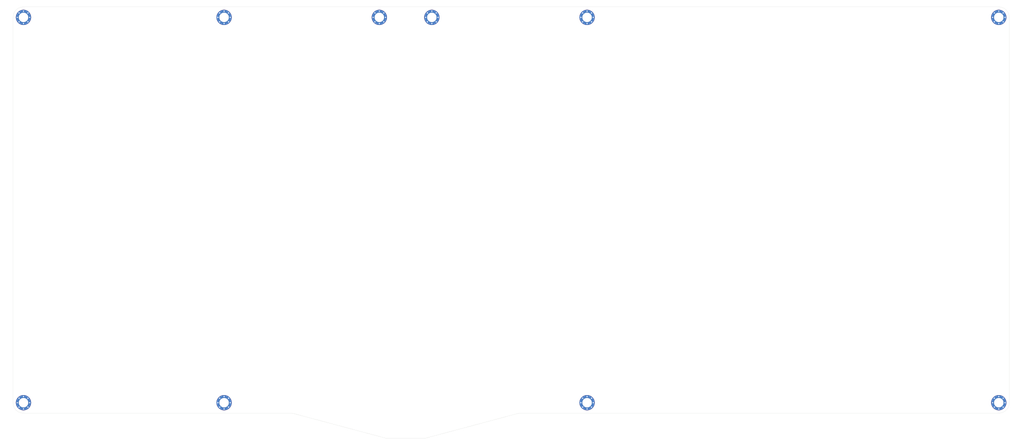
<source format=kicad_pcb>
(kicad_pcb (version 20211014) (generator pcbnew)
  (layers (0 "F.Cu" signal) (31 "B.Cu" signal) (34 "B.Paste" user) (35 "F.Paste" user) (36 "B.SilkS" user "B.Silkscreen") (37 "F.SilkS" user "F.Silkscreen") (38 "B.Mask" user) (39 "F.Mask" user) (44 "Edge.Cuts" user))
  (net 0 "")
  (net 1 "GND")
  (footprint "keyboard:MountingHole_3.2mm_M2_Pad_Via" (layer "F.Cu") (at 379.43 57.14)
    (fp_text reference "MountBaseMiddleTop7" hide)
    (fp_text value "MountingHole")
    (pad "1" thru_hole circle (at 0 2.1) (size 0.7 0.7) (drill 0.4) (layers *.Cu *.Mask))
    (pad "1" thru_hole circle (at 0 -2.1) (size 0.7 0.7) (drill 0.4) (layers *.Cu *.Mask))
    (pad "1" thru_hole circle (at 1.49 -1.49) (size 0.7 0.7) (drill 0.4) (layers *.Cu *.Mask))
    (pad "1" thru_hole circle (at -1.49 1.49) (size 0.7 0.7) (drill 0.4) (layers *.Cu *.Mask))
    (pad "1" thru_hole circle (at 1.49 1.49) (size 0.7 0.7) (drill 0.4) (layers *.Cu *.Mask))
    (pad "1" thru_hole circle (at 2.1 0) (size 0.7 0.7) (drill 0.4) (layers *.Cu *.Mask))
    (pad "1" thru_hole circle (at 0 0) (size 5.2 5.2) (drill 3.2) (layers *.Cu *.Mask))
    (pad "1" thru_hole circle (at -2.1 0) (size 0.7 0.7) (drill 0.4) (layers *.Cu *.Mask))
    (pad "1" thru_hole circle (at -1.49 -1.49) (size 0.7 0.7) (drill 0.4) (layers *.Cu *.Mask))
  )
  (footprint "keyboard:MountingHole_3.2mm_M2_Pad_Via" (layer "F.Cu") (at 115.831016 188.4)
    (fp_text reference "MountBaseMiddleTop4" hide)
    (fp_text value "MountingHole")
    (pad "1" thru_hole circle (at 0 -2.1) (size 0.7 0.7) (drill 0.4) (layers *.Cu *.Mask))
    (pad "1" thru_hole circle (at 0 0) (size 5.2 5.2) (drill 3.2) (layers *.Cu *.Mask))
    (pad "1" thru_hole circle (at -2.1 0) (size 0.7 0.7) (drill 0.4) (layers *.Cu *.Mask))
    (pad "1" thru_hole circle (at -1.49 -1.49) (size 0.7 0.7) (drill 0.4) (layers *.Cu *.Mask))
    (pad "1" thru_hole circle (at 1.49 1.49) (size 0.7 0.7) (drill 0.4) (layers *.Cu *.Mask))
    (pad "1" thru_hole circle (at 2.1 0) (size 0.7 0.7) (drill 0.4) (layers *.Cu *.Mask))
    (pad "1" thru_hole circle (at 0 2.1) (size 0.7 0.7) (drill 0.4) (layers *.Cu *.Mask))
    (pad "1" thru_hole circle (at 1.49 -1.49) (size 0.7 0.7) (drill 0.4) (layers *.Cu *.Mask))
    (pad "1" thru_hole circle (at -1.49 1.49) (size 0.7 0.7) (drill 0.4) (layers *.Cu *.Mask))
  )
  (footprint "keyboard:MountingHole_3.2mm_M2_Pad_Via" (layer "F.Cu") (at 47.57 188.4)
    (fp_text reference "MountBaseMiddleTop2" hide)
    (fp_text value "MountingHole")
    (pad "1" thru_hole circle (at 1.49 1.49) (size 0.7 0.7) (drill 0.4) (layers *.Cu *.Mask))
    (pad "1" thru_hole circle (at 1.49 -1.49) (size 0.7 0.7) (drill 0.4) (layers *.Cu *.Mask))
    (pad "1" thru_hole circle (at -1.49 1.49) (size 0.7 0.7) (drill 0.4) (layers *.Cu *.Mask))
    (pad "1" thru_hole circle (at 0 2.1) (size 0.7 0.7) (drill 0.4) (layers *.Cu *.Mask))
    (pad "1" thru_hole circle (at 0 -2.1) (size 0.7 0.7) (drill 0.4) (layers *.Cu *.Mask))
    (pad "1" thru_hole circle (at -1.49 -1.49) (size 0.7 0.7) (drill 0.4) (layers *.Cu *.Mask))
    (pad "1" thru_hole circle (at 0 0) (size 5.2 5.2) (drill 3.2) (layers *.Cu *.Mask))
    (pad "1" thru_hole circle (at 2.1 0) (size 0.7 0.7) (drill 0.4) (layers *.Cu *.Mask))
    (pad "1" thru_hole circle (at -2.1 0) (size 0.7 0.7) (drill 0.4) (layers *.Cu *.Mask))
  )
  (footprint "keyboard:MountingHole_3.2mm_M2_Pad_Via" (layer "F.Cu") (at 239.343984 188.4)
    (fp_text reference "MountBaseMiddleTop6" hide)
    (fp_text value "MountingHole")
    (pad "1" thru_hole circle (at 0 0) (size 5.2 5.2) (drill 3.2) (layers *.Cu *.Mask))
    (pad "1" thru_hole circle (at 1.49 -1.49) (size 0.7 0.7) (drill 0.4) (layers *.Cu *.Mask))
    (pad "1" thru_hole circle (at 1.49 1.49) (size 0.7 0.7) (drill 0.4) (layers *.Cu *.Mask))
    (pad "1" thru_hole circle (at -2.1 0) (size 0.7 0.7) (drill 0.4) (layers *.Cu *.Mask))
    (pad "1" thru_hole circle (at -1.49 -1.49) (size 0.7 0.7) (drill 0.4) (layers *.Cu *.Mask))
    (pad "1" thru_hole circle (at -1.49 1.49) (size 0.7 0.7) (drill 0.4) (layers *.Cu *.Mask))
    (pad "1" thru_hole circle (at 2.1 0) (size 0.7 0.7) (drill 0.4) (layers *.Cu *.Mask))
    (pad "1" thru_hole circle (at 0 -2.1) (size 0.7 0.7) (drill 0.4) (layers *.Cu *.Mask))
    (pad "1" thru_hole circle (at 0 2.1) (size 0.7 0.7) (drill 0.4) (layers *.Cu *.Mask))
  )
  (footprint "keyboard:MountingHole_3.2mm_M2_Pad_Via" (layer "F.Cu") (at 47.57 57.14)
    (fp_text reference "MountBaseMiddleTop1" hide)
    (fp_text value "MountingHole")
    (pad "1" thru_hole circle (at -1.49 -1.49) (size 0.7 0.7) (drill 0.4) (layers *.Cu *.Mask))
    (pad "1" thru_hole circle (at 0 2.1) (size 0.7 0.7) (drill 0.4) (layers *.Cu *.Mask))
    (pad "1" thru_hole circle (at -2.1 0) (size 0.7 0.7) (drill 0.4) (layers *.Cu *.Mask))
    (pad "1" thru_hole circle (at -1.49 1.49) (size 0.7 0.7) (drill 0.4) (layers *.Cu *.Mask))
    (pad "1" thru_hole circle (at 1.49 -1.49) (size 0.7 0.7) (drill 0.4) (layers *.Cu *.Mask))
    (pad "1" thru_hole circle (at 0 -2.1) (size 0.7 0.7) (drill 0.4) (layers *.Cu *.Mask))
    (pad "1" thru_hole circle (at 2.1 0) (size 0.7 0.7) (drill 0.4) (layers *.Cu *.Mask))
    (pad "1" thru_hole circle (at 1.49 1.49) (size 0.7 0.7) (drill 0.4) (layers *.Cu *.Mask))
    (pad "1" thru_hole circle (at 0 0) (size 5.2 5.2) (drill 3.2) (layers *.Cu *.Mask))
  )
  (footprint "keyboard:MountingHole_3.2mm_M2_Pad_Via" (layer "F.Cu") (at 168.6575 57.14)
    (fp_text reference "MountBase1" hide)
    (fp_text value "MountingHole USB breakout")
    (pad "1" thru_hole circle (at -1.49 1.49) (size 0.7 0.7) (drill 0.4) (layers *.Cu *.Mask))
    (pad "1" thru_hole circle (at 2.1 0) (size 0.7 0.7) (drill 0.4) (layers *.Cu *.Mask))
    (pad "1" thru_hole circle (at 0 0) (size 5.2 5.2) (drill 3.2) (layers *.Cu *.Mask))
    (pad "1" thru_hole circle (at 0 -2.1) (size 0.7 0.7) (drill 0.4) (layers *.Cu *.Mask))
    (pad "1" thru_hole circle (at 1.49 -1.49) (size 0.7 0.7) (drill 0.4) (layers *.Cu *.Mask))
    (pad "1" thru_hole circle (at 0 2.1) (size 0.7 0.7) (drill 0.4) (layers *.Cu *.Mask))
    (pad "1" thru_hole circle (at -1.49 -1.49) (size 0.7 0.7) (drill 0.4) (layers *.Cu *.Mask))
    (pad "1" thru_hole circle (at 1.49 1.49) (size 0.7 0.7) (drill 0.4) (layers *.Cu *.Mask))
    (pad "1" thru_hole circle (at -2.1 0) (size 0.7 0.7) (drill 0.4) (layers *.Cu *.Mask))
  )
  (footprint "keyboard:MountingHole_3.2mm_M2_Pad_Via" (layer "F.Cu") (at 115.831016 57.14)
    (fp_text reference "MountBaseMiddleTop3" hide)
    (fp_text value "MountingHole")
    (pad "1" thru_hole circle (at -1.49 1.49) (size 0.7 0.7) (drill 0.4) (layers *.Cu *.Mask))
    (pad "1" thru_hole circle (at 2.1 0) (size 0.7 0.7) (drill 0.4) (layers *.Cu *.Mask))
    (pad "1" thru_hole circle (at -2.1 0) (size 0.7 0.7) (drill 0.4) (layers *.Cu *.Mask))
    (pad "1" thru_hole circle (at -1.49 -1.49) (size 0.7 0.7) (drill 0.4) (layers *.Cu *.Mask))
    (pad "1" thru_hole circle (at 1.49 -1.49) (size 0.7 0.7) (drill 0.4) (layers *.Cu *.Mask))
    (pad "1" thru_hole circle (at 0 2.1) (size 0.7 0.7) (drill 0.4) (layers *.Cu *.Mask))
    (pad "1" thru_hole circle (at 1.49 1.49) (size 0.7 0.7) (drill 0.4) (layers *.Cu *.Mask))
    (pad "1" thru_hole circle (at 0 0) (size 5.2 5.2) (drill 3.2) (layers *.Cu *.Mask))
    (pad "1" thru_hole circle (at 0 -2.1) (size 0.7 0.7) (drill 0.4) (layers *.Cu *.Mask))
  )
  (footprint "keyboard:MountingHole_3.2mm_M2_Pad_Via" (layer "F.Cu") (at 239.343984 57.14)
    (fp_text reference "MountBaseMiddleTop5" hide)
    (fp_text value "MountingHole")
    (pad "1" thru_hole circle (at -1.49 -1.49) (size 0.7 0.7) (drill 0.4) (layers *.Cu *.Mask))
    (pad "1" thru_hole circle (at -1.49 1.49) (size 0.7 0.7) (drill 0.4) (layers *.Cu *.Mask))
    (pad "1" thru_hole circle (at 0 0) (size 5.2 5.2) (drill 3.2) (layers *.Cu *.Mask))
    (pad "1" thru_hole circle (at 0 2.1) (size 0.7 0.7) (drill 0.4) (layers *.Cu *.Mask))
    (pad "1" thru_hole circle (at -2.1 0) (size 0.7 0.7) (drill 0.4) (layers *.Cu *.Mask))
    (pad "1" thru_hole circle (at 0 -2.1) (size 0.7 0.7) (drill 0.4) (layers *.Cu *.Mask))
    (pad "1" thru_hole circle (at 1.49 -1.49) (size 0.7 0.7) (drill 0.4) (layers *.Cu *.Mask))
    (pad "1" thru_hole circle (at 1.49 1.49) (size 0.7 0.7) (drill 0.4) (layers *.Cu *.Mask))
    (pad "1" thru_hole circle (at 2.1 0) (size 0.7 0.7) (drill 0.4) (layers *.Cu *.Mask))
  )
  (footprint "keyboard:MountingHole_3.2mm_M2_Pad_Via" (layer "F.Cu") (at 379.43 188.4)
    (fp_text reference "MountBaseMiddleTop8" hide)
    (fp_text value "MountingHole")
    (pad "1" thru_hole circle (at -1.49 -1.49) (size 0.7 0.7) (drill 0.4) (layers *.Cu *.Mask))
    (pad "1" thru_hole circle (at 0 -2.1) (size 0.7 0.7) (drill 0.4) (layers *.Cu *.Mask))
    (pad "1" thru_hole circle (at 1.49 1.49) (size 0.7 0.7) (drill 0.4) (layers *.Cu *.Mask))
    (pad "1" thru_hole circle (at 0 2.1) (size 0.7 0.7) (drill 0.4) (layers *.Cu *.Mask))
    (pad "1" thru_hole circle (at -2.1 0) (size 0.7 0.7) (drill 0.4) (layers *.Cu *.Mask))
    (pad "1" thru_hole circle (at -1.49 1.49) (size 0.7 0.7) (drill 0.4) (layers *.Cu *.Mask))
    (pad "1" thru_hole circle (at 2.1 0) (size 0.7 0.7) (drill 0.4) (layers *.Cu *.Mask))
    (pad "1" thru_hole circle (at 0 0) (size 5.2 5.2) (drill 3.2) (layers *.Cu *.Mask))
    (pad "1" thru_hole circle (at 1.49 -1.49) (size 0.7 0.7) (drill 0.4) (layers *.Cu *.Mask))
  )
  (footprint "keyboard:MountingHole_3.2mm_M2_Pad_Via" (layer "F.Cu") (at 186.5175 57.14)
    (fp_text reference "MountBase2" hide)
    (fp_text value "MountingHole USB breakout")
    (pad "1" thru_hole circle (at 0 0) (size 5.2 5.2) (drill 3.2) (layers *.Cu *.Mask))
    (pad "1" thru_hole circle (at 1.49 -1.49) (size 0.7 0.7) (drill 0.4) (layers *.Cu *.Mask))
    (pad "1" thru_hole circle (at 0 2.1) (size 0.7 0.7) (drill 0.4) (layers *.Cu *.Mask))
    (pad "1" thru_hole circle (at 1.49 1.49) (size 0.7 0.7) (drill 0.4) (layers *.Cu *.Mask))
    (pad "1" thru_hole circle (at -1.49 -1.49) (size 0.7 0.7) (drill 0.4) (layers *.Cu *.Mask))
    (pad "1" thru_hole circle (at 2.1 0) (size 0.7 0.7) (drill 0.4) (layers *.Cu *.Mask))
    (pad "1" thru_hole circle (at 0 -2.1) (size 0.7 0.7) (drill 0.4) (layers *.Cu *.Mask))
    (pad "1" thru_hole circle (at -2.1 0) (size 0.7 0.7) (drill 0.4) (layers *.Cu *.Mask))
    (pad "1" thru_hole circle (at -1.49 1.49) (size 0.7 0.7) (drill 0.4) (layers *.Cu *.Mask))
  )
  (gr_line (start 383 57.14) (end 383 84.595) (layer "Edge.Cuts") (width 0.05))
  (gr_arc (start 379.43 53.57) (mid 381.954371 54.615629) (end 383 57.14) (layer "Edge.Cuts") (width 0.05))
  (gr_circle (center 239.343984 57.14) (end 240.943984 57.14) (layer "Edge.Cuts") (width 0.05) (fill none))
  (gr_circle (center 115.831016 57.14) (end 117.431016 57.14) (layer "Edge.Cuts") (width 0.05) (fill none))
  (gr_circle (center 186.5175 57.14) (end 188.1175 57.14) (layer "Edge.Cuts") (width 0.05) (fill none))
  (gr_circle (center 379.43 188.4) (end 381.03 188.4) (layer "Edge.Cuts") (width 0.05) (fill none))
  (gr_line (start 383 84.595) (end 383 188.4) (layer "Edge.Cuts") (width 0.05))
  (gr_line (start 216.138543 191.97) (end 379.43 191.97) (layer "Edge.Cuts") (width 0.05))
  (gr_circle (center 168.6575 57.14) (end 170.2575 57.14) (layer "Edge.Cuts") (width 0.05) (fill none))
  (gr_line (start 170.75857 200.469915) (end 184.41643 200.469915) (layer "Edge.Cuts") (width 0.05))
  (gr_circle (center 47.57 188.4) (end 49.17 188.4) (layer "Edge.Cuts") (width 0.05) (fill none))
  (gr_circle (center 379.43 57.14) (end 381.03 57.14) (layer "Edge.Cuts") (width 0.05) (fill none))
  (gr_arc (start 383 188.4) (mid 381.954371 190.924371) (end 379.43 191.97) (layer "Edge.Cuts") (width 0.05))
  (gr_line (start 47.57 53.57) (end 379.43 53.57) (layer "Edge.Cuts") (width 0.05))
  (gr_line (start 139.036457 191.97) (end 170.75857 200.469915) (layer "Edge.Cuts") (width 0.05))
  (gr_circle (center 239.343984 188.4) (end 240.943984 188.4) (layer "Edge.Cuts") (width 0.05) (fill none))
  (gr_circle (center 115.831016 188.4) (end 117.431016 188.4) (layer "Edge.Cuts") (width 0.05) (fill none))
  (gr_arc (start 44 57.14) (mid 45.045629 54.615629) (end 47.57 53.57) (layer "Edge.Cuts") (width 0.05))
  (gr_line (start 184.41643 200.469915) (end 216.138543 191.97) (layer "Edge.Cuts") (width 0.05))
  (gr_line (start 139.036457 191.97) (end 47.57 191.97) (layer "Edge.Cuts") (width 0.05))
  (gr_arc (start 47.57 191.97) (mid 45.045629 190.924371) (end 44 188.4) (layer "Edge.Cuts") (width 0.05))
  (gr_line (start 44 188.4) (end 44 57.14) (layer "Edge.Cuts") (width 0.05))
  (gr_circle (center 47.57 57.14) (end 49.17 57.14) (layer "Edge.Cuts") (width 0.05) (fill none))
)
</source>
